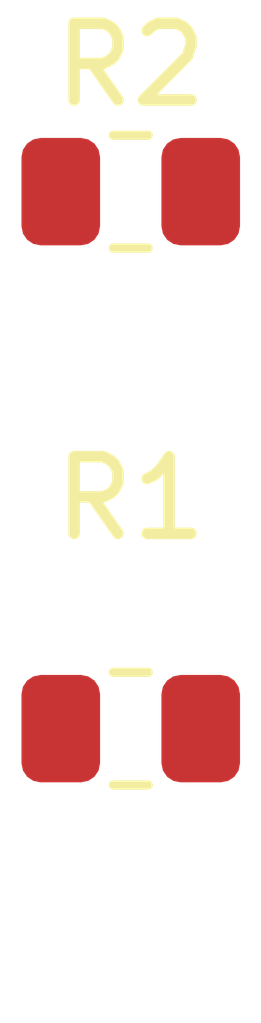
<source format=kicad_pcb>
(kicad_pcb (version 20240108) (generator "pcbnew") (generator_version "8.0")
  (layers (0 "F.Cu" signal) (31 "B.Cu" signal) (34 "B.Paste" user) (35 "F.Paste" user) (36 "B.SilkS" user "B.Silkscreen") (37 "F.SilkS" user "F.Silkscreen") (38 "B.Mask" user) (39 "F.Mask" user) (44 "Edge.Cuts" user))
  (net 0 "")
  (net 1 "VIN")
  (net 2 "GND")
  (footprint "Resistor_SMD:R_0805_2012Metric" (layer "F.Cu") (at 145.5875 83)
    (property "Reference" "R2" (at 0 -1.65 0) (layer "F.SilkS"))
    (property "Value" "220")
    (fp_line (start -0.227064 -0.735) (end 0.227064 -0.735) (stroke (width 0.12)) (layer "F.SilkS"))
    (fp_line (start -0.227064 0.735) (end 0.227064 0.735) (stroke (width 0.12)) (layer "F.SilkS"))
    (pad "1" smd roundrect (at -0.9125 0) (size 1.025 1.4) (layers "F.Cu" "F.Paste" "F.Mask") (roundrect_rratio 0.243902) (net 2 "GND"))
    (pad "2" smd roundrect (at 0.9125 0) (size 1.025 1.4) (layers "F.Cu" "F.Paste" "F.Mask") (roundrect_rratio 0.243902) (net 1 "VIN"))
  )
  (footprint "Resistor_SMD:R_0805_2012Metric" (layer "F.Cu") (at 145.5875 90)
    (property "Reference" "R1" (at 0 -3 0) (layer "F.SilkS"))
    (property "Value" "100")
    (fp_line (start -0.227064 -0.735) (end 0.227064 -0.735) (stroke (width 0.12)) (layer "F.SilkS"))
    (fp_line (start -0.227064 0.735) (end 0.227064 0.735) (stroke (width 0.12)) (layer "F.SilkS"))
    (pad "1" smd roundrect (at -0.9125 0) (size 1.025 1.4) (layers "F.Cu" "F.Paste" "F.Mask") (roundrect_rratio 0.243902) (net 2 "GND"))
    (pad "2" smd roundrect (at 0.9125 0) (size 1.025 1.4) (layers "F.Cu" "F.Paste" "F.Mask") (roundrect_rratio 0.243902) (net 1 "VIN"))
  )
)
</source>
